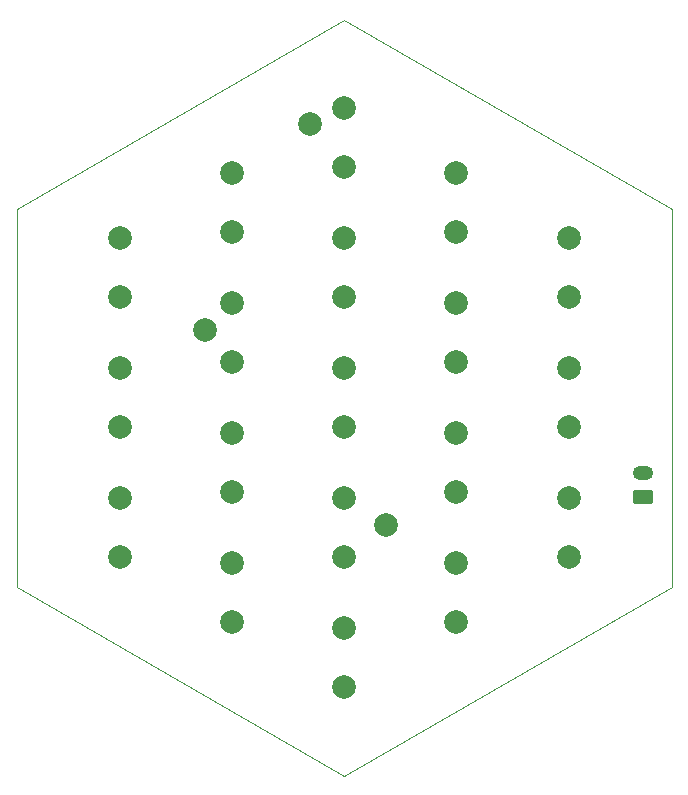
<source format=gbr>
%TF.GenerationSoftware,KiCad,Pcbnew,(6.0.4-0)*%
%TF.CreationDate,2022-04-19T08:43:48+02:00*%
%TF.ProjectId,speaker,73706561-6b65-4722-9e6b-696361645f70,rev?*%
%TF.SameCoordinates,Original*%
%TF.FileFunction,Soldermask,Top*%
%TF.FilePolarity,Negative*%
%FSLAX46Y46*%
G04 Gerber Fmt 4.6, Leading zero omitted, Abs format (unit mm)*
G04 Created by KiCad (PCBNEW (6.0.4-0)) date 2022-04-19 08:43:48*
%MOMM*%
%LPD*%
G01*
G04 APERTURE LIST*
G04 Aperture macros list*
%AMRoundRect*
0 Rectangle with rounded corners*
0 $1 Rounding radius*
0 $2 $3 $4 $5 $6 $7 $8 $9 X,Y pos of 4 corners*
0 Add a 4 corners polygon primitive as box body*
4,1,4,$2,$3,$4,$5,$6,$7,$8,$9,$2,$3,0*
0 Add four circle primitives for the rounded corners*
1,1,$1+$1,$2,$3*
1,1,$1+$1,$4,$5*
1,1,$1+$1,$6,$7*
1,1,$1+$1,$8,$9*
0 Add four rect primitives between the rounded corners*
20,1,$1+$1,$2,$3,$4,$5,0*
20,1,$1+$1,$4,$5,$6,$7,0*
20,1,$1+$1,$6,$7,$8,$9,0*
20,1,$1+$1,$8,$9,$2,$3,0*%
G04 Aperture macros list end*
%TA.AperFunction,Profile*%
%ADD10C,0.088304*%
%TD*%
%ADD11C,2.000000*%
%ADD12RoundRect,0.250000X0.625000X-0.350000X0.625000X0.350000X-0.625000X0.350000X-0.625000X-0.350000X0*%
%ADD13O,1.750000X1.200000*%
G04 APERTURE END LIST*
D10*
X57987239Y-73149866D02*
X85700040Y-89150019D01*
X85700040Y-25149982D02*
X57987239Y-41149998D01*
X85700040Y-25149982D02*
X85700040Y-25149982D01*
X57987239Y-73149866D02*
X57987239Y-73149866D01*
X85700040Y-89150019D02*
X113412761Y-73149866D01*
X57987239Y-41149998D02*
X57987239Y-41149998D01*
X113412761Y-41149998D02*
X85700040Y-25149982D01*
X113412761Y-41149998D02*
X113412761Y-41149998D01*
X57987239Y-41149998D02*
X57987239Y-73149866D01*
X113412761Y-73149866D02*
X113412761Y-41149998D01*
X113412761Y-73149866D02*
X113412761Y-73149866D01*
D11*
%TO.C,M15*%
X95200000Y-60150000D03*
X95200000Y-65150000D03*
%TD*%
%TO.C,M6*%
X95200000Y-71150000D03*
X95200000Y-76150000D03*
%TD*%
%TO.C,M7*%
X85700000Y-76650000D03*
X85700000Y-81650000D03*
%TD*%
%TO.C,M11*%
X66700000Y-43650000D03*
X66700000Y-48650000D03*
%TD*%
%TO.C,M12*%
X76200000Y-38150000D03*
X76200000Y-43150000D03*
%TD*%
%TO.C,M9*%
X66700000Y-65650000D03*
X66700000Y-70650000D03*
%TD*%
%TO.C,M19*%
X85700000Y-54650000D03*
X85700000Y-59650000D03*
%TD*%
%TO.C,M5*%
X104700000Y-65650000D03*
X104700000Y-70650000D03*
%TD*%
%TO.C,M1*%
X85700000Y-32650000D03*
X85700000Y-37650000D03*
%TD*%
%TO.C,M14*%
X95200000Y-49150000D03*
X95200000Y-54150000D03*
%TD*%
%TO.C,M8*%
X76200000Y-71150000D03*
X76200000Y-76150000D03*
%TD*%
%TO.C,M16*%
X85700000Y-65650000D03*
X85700000Y-70650000D03*
%TD*%
%TO.C,M13*%
X85700000Y-43650000D03*
X85700000Y-48650000D03*
%TD*%
%TO.C,M4*%
X104700000Y-54650000D03*
X104700000Y-59650000D03*
%TD*%
%TO.C,M3*%
X104700000Y-43650000D03*
X104700000Y-48650000D03*
%TD*%
%TO.C,M2*%
X95200000Y-38150000D03*
X95200000Y-43150000D03*
%TD*%
%TO.C,M10*%
X66700000Y-54650000D03*
X66700000Y-59650000D03*
%TD*%
%TO.C,M17*%
X76200000Y-60150000D03*
X76200000Y-65150000D03*
%TD*%
%TO.C,M18*%
X76200000Y-49150000D03*
X76200000Y-54150000D03*
%TD*%
%TO.C,TP1*%
X82800000Y-33950000D03*
%TD*%
%TO.C,TP2*%
X73950000Y-51400000D03*
%TD*%
%TO.C,TP3*%
X89200000Y-67950000D03*
%TD*%
D12*
%TO.C,J7*%
X111000000Y-65550000D03*
D13*
X111000000Y-63550000D03*
%TD*%
M02*

</source>
